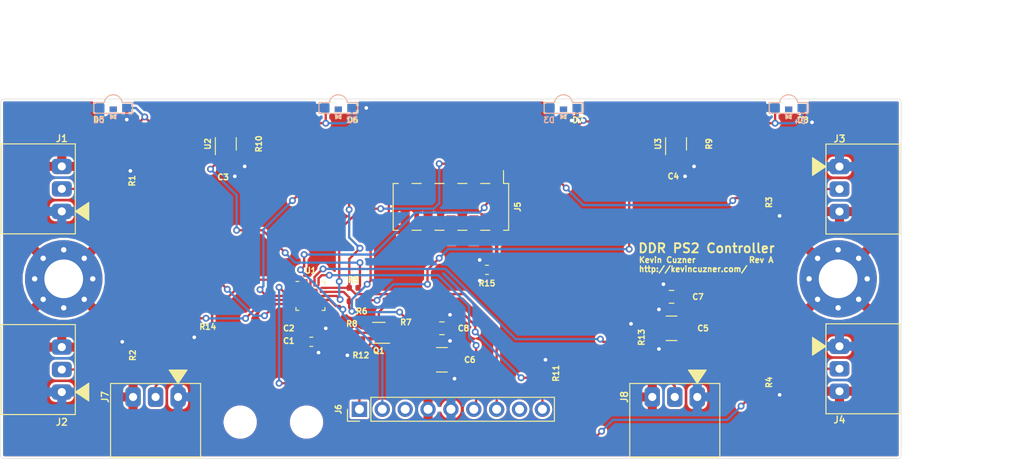
<source format=kicad_pcb>
(kicad_pcb (version 20171130) (host pcbnew 5.1.2)
  (title_block (title "DDR PS2 Controller") (date 2019-08-07) (rev A) (company "Kevin Cuzner"))
  (layers (0 F.Cu signal) (31 B.Cu signal) (34 B.Paste user) (35 F.Paste user) (36 B.SilkS user) (37 F.SilkS user) (38 B.Mask user) (39 F.Mask user) (44 Edge.Cuts user))
  (net 0 "")
  (net 1 +5V)
  (net 2 GND)
  (net 3 /LED_OUT0)
  (net 4 /LED_OUT1)
  (net 5 /LED_OUT2)
  (net 6 /LED_OUT3)
  (net 7 /BTN0)
  (net 8 /BTN1)
  (net 9 /BTN2)
  (net 10 /BTN3)
  (net 11 /MOSI)
  (net 12 "Net-(J5-Pad2)")
  (net 13 "Net-(J5-Pad4)")
  (net 14 /RESET#)
  (net 15 "Net-(J5-Pad6)")
  (net 16 /SCK)
  (net 17 /MISO)
  (net 18 /MISO_OD)
  (net 19 "Net-(J6-Pad3)")
  (net 20 /SS#)
  (net 21 "Net-(J6-Pad8)")
  (net 22 /ACK_OD)
  (net 23 /BTN4)
  (net 24 /ACK_GATE)
  (net 25 /MISO_GATE)
  (net 26 /LED_CTL0)
  (net 27 /LED_CTL1)
  (net 28 /ACK)
  (net 29 /RSET1)
  (net 30 /RSET0)
  (net 31 "Net-(U1-Pad6)")
  (net 32 "Net-(U1-Pad7)")
  (net 33 "Net-(U1-Pad10)")
  (net 34 "Net-(U1-Pad18)")
  (net 35 "Net-(U1-Pad19)")
  (net 36 "Net-(U1-Pad20)")
  (net 37 /BTN5_UPSTREAM)
  (module MountingHole:MountingHole_3.2mm_M3 (layer F.Cu) (at 126.6 115.928)
    (fp_text reference REF** hide)
    (fp_text value MountingHole_3.2mm_M3)
    (pad 1 np_thru_hole circle (at 0 0) (size 3.2 3.2) (drill 3.2) (layers *.Cu *.Mask))
  )
  (module MountingHole:MountingHole_3.2mm_M3 (layer F.Cu) (at 133.966 115.928)
    (fp_text reference REF** hide)
    (fp_text value MountingHole_3.2mm_M3)
    (pad 1 np_thru_hole circle (at 0 0) (size 3.2 3.2) (drill 3.2) (layers *.Cu *.Mask))
  )
  (module ddr-ps2-controller:JST_EH_3_RA (layer F.Cu) (at 106.788 90 270)
    (fp_text reference J1 (at -5.6 0) (layer F.SilkS) (effects (font (size 0.762 0.762))))
    (fp_text value BTN0)
    (pad 1 thru_hole roundrect (at 2.5 0 270) (size 1.7 2.2) (drill 0.9) (layers *.Cu *.Mask) (net 1 +5V))
    (pad 2 thru_hole roundrect (at 0 0 270) (size 1.7 2.2) (drill 0.9) (layers *.Cu *.Mask) (net 7 /BTN0))
    (pad 3 thru_hole roundrect (at -2.5 0 270) (size 1.7 2.2) (drill 0.9) (layers *.Cu *.Mask) (net 2 GND))
  )
  (module ddr-ps2-controller:JST_EH_3_RA (layer F.Cu) (at 106.788 110.086 270)
    (fp_text reference J2 (at 5.842 0) (layer F.SilkS) (effects (font (size 0.762 0.762))))
    (fp_text value BTN1)
    (pad 1 thru_hole roundrect (at 2.5 0 270) (size 1.7 2.2) (drill 0.9) (layers *.Cu *.Mask) (net 1 +5V))
    (pad 2 thru_hole roundrect (at 0 0 270) (size 1.7 2.2) (drill 0.9) (layers *.Cu *.Mask) (net 8 /BTN1))
    (pad 3 thru_hole roundrect (at -2.5 0 270) (size 1.7 2.2) (drill 0.9) (layers *.Cu *.Mask) (net 2 GND))
  )
  (module ddr-ps2-controller:JST_EH_3_RA (layer F.Cu) (at 193.148 90.02 90)
    (fp_text reference J3 (at 5.588 0) (layer F.SilkS) (effects (font (size 0.762 0.762))))
    (fp_text value BTN2)
    (pad 1 thru_hole roundrect (at 2.5 0 90) (size 1.7 2.2) (drill 0.9) (layers *.Cu *.Mask) (net 1 +5V))
    (pad 2 thru_hole roundrect (at 0 0 90) (size 1.7 2.2) (drill 0.9) (layers *.Cu *.Mask) (net 9 /BTN2))
    (pad 3 thru_hole roundrect (at -2.5 0 90) (size 1.7 2.2) (drill 0.9) (layers *.Cu *.Mask) (net 2 GND))
  )
  (module ddr-ps2-controller:JST_EH_3_RA (layer F.Cu) (at 193.148 110 90)
    (fp_text reference J4 (at -5.674 0) (layer F.SilkS) (effects (font (size 0.762 0.762))))
    (fp_text value BTN3)
    (pad 1 thru_hole roundrect (at 2.5 0 90) (size 1.7 2.2) (drill 0.9) (layers *.Cu *.Mask) (net 1 +5V))
    (pad 2 thru_hole roundrect (at 0 0 90) (size 1.7 2.2) (drill 0.9) (layers *.Cu *.Mask) (net 10 /BTN3))
    (pad 3 thru_hole roundrect (at -2.5 0 90) (size 1.7 2.2) (drill 0.9) (layers *.Cu *.Mask) (net 2 GND))
  )
  (module ddr-ps2-controller:JST_EH_3_RA (layer F.Cu) (at 117.202 113.134)
    (fp_text reference J7 (at -5.6 0 90) (layer F.SilkS) (effects (font (size 0.762 0.762))))
    (fp_text value BTN4)
    (pad 1 thru_hole roundrect (at 2.5 0) (size 1.7 2.2) (drill 0.9) (layers *.Cu *.Mask) (net 1 +5V))
    (pad 2 thru_hole roundrect (at 0 0) (size 1.7 2.2) (drill 0.9) (layers *.Cu *.Mask) (net 23 /BTN4))
    (pad 3 thru_hole roundrect (at -2.5 0) (size 1.7 2.2) (drill 0.9) (layers *.Cu *.Mask) (net 2 GND))
  )
  (module ddr-ps2-controller:JST_EH_3_RA (layer F.Cu) (at 174.86 113.134)
    (fp_text reference J8 (at -5.6 0 90) (layer F.SilkS) (effects (font (size 0.762 0.762))))
    (fp_text value BTN5/UPSTREAM)
    (pad 1 thru_hole roundrect (at 2.5 0) (size 1.7 2.2) (drill 0.9) (layers *.Cu *.Mask) (net 1 +5V))
    (pad 2 thru_hole roundrect (at 0 0) (size 1.7 2.2) (drill 0.9) (layers *.Cu *.Mask) (net 37 /BTN5_UPSTREAM))
    (pad 3 thru_hole roundrect (at -2.5 0) (size 1.7 2.2) (drill 0.9) (layers *.Cu *.Mask) (net 2 GND))
  )
  (module ddr-ps2-controller:Wurth_WL-SMSW_LED (layer B.Cu) (at 112.5 81 180)
    (fp_text reference D1 (at 1.6 -1.35) (layer B.SilkS) (effects (font (size 0.635 0.635)) (justify mirror)))
    (fp_text value LED)
    (pad 2 smd rect (at 1.5 0 180) (size 1 0.9) (layers B.Cu B.Paste B.Mask) (net 1 +5V))
    (pad NC smd rect (at 0 -0.15 180) (size 0.8 0.6) (layers B.Cu B.Paste B.Mask))
    (pad 1 smd rect (at -1.5 0 180) (size 1 0.9) (layers B.Cu B.Paste B.Mask) (net 3 /LED_OUT0))
  )
  (module ddr-ps2-controller:Wurth_WL-SMSW_LED (layer B.Cu) (at 137.5 81 180)
    (fp_text reference D2 (at -1.5 -1.35) (layer B.SilkS) (effects (font (size 0.635 0.635)) (justify mirror)))
    (fp_text value LED)
    (pad 2 smd rect (at 1.5 0 180) (size 1 0.9) (layers B.Cu B.Paste B.Mask) (net 1 +5V))
    (pad NC smd rect (at 0 -0.15 180) (size 0.8 0.6) (layers B.Cu B.Paste B.Mask))
    (pad 1 smd rect (at -1.5 0 180) (size 1 0.9) (layers B.Cu B.Paste B.Mask) (net 4 /LED_OUT1))
  )
  (module ddr-ps2-controller:Wurth_WL-SMSW_LED (layer B.Cu) (at 162.5 81 180)
    (fp_text reference D3 (at 1.6 -1.35) (layer B.SilkS) (effects (font (size 0.635 0.635)) (justify mirror)))
    (fp_text value LED)
    (pad 2 smd rect (at 1.5 0 180) (size 1 0.9) (layers B.Cu B.Paste B.Mask) (net 1 +5V))
    (pad NC smd rect (at 0 -0.15 180) (size 0.8 0.6) (layers B.Cu B.Paste B.Mask))
    (pad 1 smd rect (at -1.5 0 180) (size 1 0.9) (layers B.Cu B.Paste B.Mask) (net 5 /LED_OUT2))
  )
  (module ddr-ps2-controller:Wurth_WL-SMSW_LED (layer B.Cu) (at 187.5 81 180)
    (fp_text reference D4 (at -1.3 -1.45) (layer B.SilkS) (effects (font (size 0.635 0.635)) (justify mirror)))
    (fp_text value LED)
    (pad 2 smd rect (at 1.5 0 180) (size 1 0.9) (layers B.Cu B.Paste B.Mask) (net 1 +5V))
    (pad NC smd rect (at 0 -0.15 180) (size 0.8 0.6) (layers B.Cu B.Paste B.Mask))
    (pad 1 smd rect (at -1.5 0 180) (size 1 0.9) (layers B.Cu B.Paste B.Mask) (net 6 /LED_OUT3))
  )
  (module ddr-ps2-controller:Wurth_WL-SMSW_LED (layer F.Cu) (at 112.5 81)
    (fp_text reference D5 (at -1.6 1.3) (layer F.SilkS) (effects (font (size 0.635 0.635))))
    (fp_text value LED)
    (pad 2 smd rect (at 1.5 0) (size 1 0.9) (layers F.Cu F.Paste F.Mask) (net 1 +5V))
    (pad NC smd rect (at 0 0.15) (size 0.8 0.6) (layers F.Cu F.Paste F.Mask))
    (pad 1 smd rect (at -1.5 0) (size 1 0.9) (layers F.Cu F.Paste F.Mask) (net 3 /LED_OUT0))
  )
  (module ddr-ps2-controller:Wurth_WL-SMSW_LED (layer F.Cu) (at 137.5 81)
    (fp_text reference D6 (at 1.6 1.35) (layer F.SilkS) (effects (font (size 0.635 0.635))))
    (fp_text value LED)
    (pad 2 smd rect (at 1.5 0) (size 1 0.9) (layers F.Cu F.Paste F.Mask) (net 1 +5V))
    (pad NC smd rect (at 0 0.15) (size 0.8 0.6) (layers F.Cu F.Paste F.Mask))
    (pad 1 smd rect (at -1.5 0) (size 1 0.9) (layers F.Cu F.Paste F.Mask) (net 4 /LED_OUT1))
  )
  (module ddr-ps2-controller:Wurth_WL-SMSW_LED (layer F.Cu) (at 162.5 81)
    (fp_text reference D7 (at 1.6 1.35) (layer F.SilkS) (effects (font (size 0.635 0.635))))
    (fp_text value LED)
    (pad 2 smd rect (at 1.5 0) (size 1 0.9) (layers F.Cu F.Paste F.Mask) (net 1 +5V))
    (pad NC smd rect (at 0 0.15) (size 0.8 0.6) (layers F.Cu F.Paste F.Mask))
    (pad 1 smd rect (at -1.5 0) (size 1 0.9) (layers F.Cu F.Paste F.Mask) (net 5 /LED_OUT2))
  )
  (module ddr-ps2-controller:Wurth_WL-SMSW_LED (layer F.Cu) (at 187.5 81)
    (fp_text reference D8 (at 1.6 1.35) (layer F.SilkS) (effects (font (size 0.635 0.635))))
    (fp_text value LED)
    (pad 2 smd rect (at 1.5 0) (size 1 0.9) (layers F.Cu F.Paste F.Mask) (net 1 +5V))
    (pad NC smd rect (at 0 0.15) (size 0.8 0.6) (layers F.Cu F.Paste F.Mask))
    (pad 1 smd rect (at -1.5 0) (size 1 0.9) (layers F.Cu F.Paste F.Mask) (net 6 /LED_OUT3))
  )
  (module ddr-ps2-controller:1PIN_VIA (layer F.Cu) (at 190.1 82.6)
    (fp_text reference REF** hide)
    (fp_text value 1PIN_VIA)
    (pad 1 thru_hole circle (at 0 0) (size 0.762 0.762) (drill 0.4064) (layers *.Cu) (net 1 +5V))
  )
  (module ddr-ps2-controller:1PIN_VIA (layer F.Cu) (at 163.4 82.4)
    (fp_text reference REF** hide)
    (fp_text value 1PIN_VIA)
    (pad 1 thru_hole circle (at 0 0) (size 0.762 0.762) (drill 0.4064) (layers *.Cu) (net 1 +5V))
  )
  (module ddr-ps2-controller:1PIN_VIA (layer F.Cu) (at 140.6 81)
    (fp_text reference REF** hide)
    (fp_text value 1PIN_VIA)
    (pad 1 thru_hole circle (at 0 0) (size 0.762 0.762) (drill 0.4064) (layers *.Cu) (net 1 +5V))
  )
  (module ddr-ps2-controller:1PIN_VIA (layer F.Cu) (at 114 82.3)
    (fp_text reference REF** hide)
    (fp_text value 1PIN_VIA)
    (pad 1 thru_hole circle (at 0 0) (size 0.762 0.762) (drill 0.4064) (layers *.Cu) (net 1 +5V))
  )
  (module ddr-ps2-controller:1PIN_VIA (layer F.Cu) (at 170 105)
    (fp_text reference REF** hide)
    (fp_text value 1PIN_VIA)
    (pad 1 thru_hole circle (at 0 0) (size 0.762 0.762) (drill 0.4064) (layers *.Cu) (net 1 +5V))
  )
  (module ddr-ps2-controller:1PIN_VIA (layer F.Cu) (at 173.6 100.6)
    (fp_text reference REF** hide)
    (fp_text value 1PIN_VIA)
    (pad 1 thru_hole circle (at 0 0) (size 0.762 0.762) (drill 0.4064) (layers *.Cu) (net 1 +5V))
  )
  (module ddr-ps2-controller:1PIN_VIA (layer F.Cu) (at 173.1 103.4)
    (fp_text reference REF** hide)
    (fp_text value 1PIN_VIA)
    (pad 1 thru_hole circle (at 0 0) (size 0.762 0.762) (drill 0.4064) (layers *.Cu) (net 1 +5V))
  )
  (module ddr-ps2-controller:1PIN_VIA (layer F.Cu) (at 173.1 107.8)
    (fp_text reference REF** hide)
    (fp_text value 1PIN_VIA)
    (pad 1 thru_hole circle (at 0 0) (size 0.762 0.762) (drill 0.4064) (layers *.Cu) (net 1 +5V))
  )
  (module ddr-ps2-controller:1PIN_VIA (layer F.Cu) (at 160.5 109)
    (fp_text reference REF** hide)
    (fp_text value 1PIN_VIA)
    (pad 1 thru_hole circle (at 0 0) (size 0.762 0.762) (drill 0.4064) (layers *.Cu) (net 1 +5V))
  )
  (module ddr-ps2-controller:1PIN_VIA (layer F.Cu) (at 138.5 108.5)
    (fp_text reference REF** hide)
    (fp_text value 1PIN_VIA)
    (pad 1 thru_hole circle (at 0 0) (size 0.762 0.762) (drill 0.4064) (layers *.Cu) (net 1 +5V))
  )
  (module ddr-ps2-controller:1PIN_VIA (layer F.Cu) (at 186.5 112.9)
    (fp_text reference REF** hide)
    (fp_text value 1PIN_VIA)
    (pad 1 thru_hole circle (at 0 0) (size 0.762 0.762) (drill 0.4064) (layers *.Cu) (net 1 +5V))
  )
  (module ddr-ps2-controller:1PIN_VIA (layer F.Cu) (at 186.5 93)
    (fp_text reference REF** hide)
    (fp_text value 1PIN_VIA)
    (pad 1 thru_hole circle (at 0 0) (size 0.762 0.762) (drill 0.4064) (layers *.Cu) (net 1 +5V))
  )
  (module ddr-ps2-controller:1PIN_VIA (layer F.Cu) (at 177 87.5)
    (fp_text reference REF** hide)
    (fp_text value 1PIN_VIA)
    (pad 1 thru_hole circle (at 0 0) (size 0.762 0.762) (drill 0.4064) (layers *.Cu) (net 1 +5V))
  )
  (module ddr-ps2-controller:1PIN_VIA (layer F.Cu) (at 176 88.6)
    (fp_text reference REF** hide)
    (fp_text value 1PIN_VIA)
    (pad 1 thru_hole circle (at 0 0) (size 0.762 0.762) (drill 0.4064) (layers *.Cu) (net 1 +5V))
  )
  (module ddr-ps2-controller:1PIN_VIA (layer F.Cu) (at 127.1 87.5)
    (fp_text reference REF** hide)
    (fp_text value 1PIN_VIA)
    (pad 1 thru_hole circle (at 0 0) (size 0.762 0.762) (drill 0.4064) (layers *.Cu) (net 1 +5V))
  )
  (module ddr-ps2-controller:1PIN_VIA (layer F.Cu) (at 126 88.6)
    (fp_text reference REF** hide)
    (fp_text value 1PIN_VIA)
    (pad 1 thru_hole circle (at 0 0) (size 0.762 0.762) (drill 0.4064) (layers *.Cu) (net 1 +5V))
  )
  (module ddr-ps2-controller:1PIN_VIA (layer F.Cu) (at 114.4 88)
    (fp_text reference REF** hide)
    (fp_text value 1PIN_VIA)
    (pad 1 thru_hole circle (at 0 0) (size 0.762 0.762) (drill 0.4064) (layers *.Cu) (net 1 +5V))
  )
  (module ddr-ps2-controller:1PIN_VIA (layer F.Cu) (at 113.5 107)
    (fp_text reference REF** hide)
    (fp_text value 1PIN_VIA)
    (pad 1 thru_hole circle (at 0 0) (size 0.762 0.762) (drill 0.4064) (layers *.Cu) (net 1 +5V))
  )
  (module ddr-ps2-controller:1PIN_VIA (layer F.Cu) (at 121.5 106.5)
    (fp_text reference REF** hide)
    (fp_text value 1PIN_VIA)
    (pad 1 thru_hole circle (at 0 0) (size 0.762 0.762) (drill 0.4064) (layers *.Cu) (net 1 +5V))
  )
  (module ddr-ps2-controller:1PIN_VIA (layer F.Cu) (at 136.1 105.5)
    (fp_text reference REF** hide)
    (fp_text value 1PIN_VIA)
    (pad 1 thru_hole circle (at 0 0) (size 0.762 0.762) (drill 0.4064) (layers *.Cu) (net 1 +5V))
  )
  (module ddr-ps2-controller:1PIN_VIA (layer F.Cu) (at 135.3 108.2)
    (fp_text reference REF** hide)
    (fp_text value 1PIN_VIA)
    (pad 1 thru_hole circle (at 0 0) (size 0.762 0.762) (drill 0.4064) (layers *.Cu) (net 1 +5V))
  )
  (module ddr-ps2-controller:1PIN_VIA (layer F.Cu) (at 150.4 111.1)
    (fp_text reference REF** hide)
    (fp_text value 1PIN_VIA)
    (pad 1 thru_hole circle (at 0 0) (size 0.762 0.762) (drill 0.4064) (layers *.Cu) (net 1 +5V))
  )
  (module ddr-ps2-controller:1PIN_VIA (layer F.Cu) (at 149.9 106.9)
    (fp_text reference REF** hide)
    (fp_text value 1PIN_VIA)
    (pad 1 thru_hole circle (at 0 0) (size 0.762 0.762) (drill 0.4064) (layers *.Cu) (net 1 +5V))
  )
  (module ddr-ps2-controller:1PIN_VIA (layer F.Cu) (at 149.9 104)
    (fp_text reference REF** hide)
    (fp_text value 1PIN_VIA)
    (pad 1 thru_hole circle (at 0 0) (size 0.762 0.762) (drill 0.4064) (layers *.Cu) (net 1 +5V))
  )
  (module ddr-ps2-controller:1PIN_VIA (layer F.Cu) (at 153.2 100.2)
    (fp_text reference REF** hide)
    (fp_text value 1PIN_VIA)
    (pad 1 thru_hole circle (at 0 0) (size 0.762 0.762) (drill 0.4064) (layers *.Cu) (net 1 +5V))
  )
  (module ddr-ps2-controller:1PIN_VIA (layer F.Cu) (at 153.2 97.9)
    (fp_text reference REF** hide)
    (fp_text value 1PIN_VIA)
    (pad 1 thru_hole circle (at 0 0) (size 0.762 0.762) (drill 0.4064) (layers *.Cu) (net 1 +5V))
  )
  (module Capacitor_SMD:C_0603_1608Metric (layer F.Cu) (at 134.5 107 180)
    (fp_text reference C1 (at 2.5 0.1) (layer F.SilkS) (effects (font (size 0.635 0.635))))
    (fp_text value 10u)
    (pad 2 smd roundrect (at 0.7875 0 180) (size 0.875 0.95) (layers F.Cu F.Paste F.Mask) (net 2 GND))
    (pad 1 smd roundrect (at -0.7875 0 180) (size 0.875 0.95) (layers F.Cu F.Paste F.Mask) (net 1 +5V))
  )
  (module Resistor_SMD:R_0402_1005Metric (layer F.Cu) (at 134.5 105.5 180)
    (fp_text reference C2 (at 2.5 0) (layer F.SilkS) (effects (font (size 0.635 0.635))))
    (fp_text value 0.1u)
    (pad 1 smd roundrect (at -0.485 0 180) (size 0.59 0.64) (layers F.Cu F.Paste F.Mask) (net 1 +5V))
    (pad 2 smd roundrect (at 0.485 0 180) (size 0.59 0.64) (layers F.Cu F.Paste F.Mask) (net 2 GND))
  )
  (module Resistor_SMD:R_0402_1005Metric (layer F.Cu) (at 125.5 87.5 180)
    (fp_text reference C3 (at 0.8 -1.2) (layer F.SilkS) (effects (font (size 0.635 0.635))))
    (fp_text value 1u)
    (pad 1 smd roundrect (at -0.485 0 180) (size 0.59 0.64) (layers F.Cu F.Paste F.Mask) (net 1 +5V))
    (pad 2 smd roundrect (at 0.485 0 180) (size 0.59 0.64) (layers F.Cu F.Paste F.Mask) (net 2 GND))
  )
  (module Resistor_SMD:R_0402_1005Metric (layer F.Cu) (at 175.5 87.5 180)
    (fp_text reference C4 (at 0.8 -1.1) (layer F.SilkS) (effects (font (size 0.635 0.635))))
    (fp_text value 1u)
    (pad 2 smd roundrect (at 0.485 0 180) (size 0.59 0.64) (layers F.Cu F.Paste F.Mask) (net 2 GND))
    (pad 1 smd roundrect (at -0.485 0 180) (size 0.59 0.64) (layers F.Cu F.Paste F.Mask) (net 1 +5V))
  )
  (module Capacitor_SMD:C_1210_3225Metric (layer F.Cu) (at 174.5 105.5)
    (fp_text reference C5 (at 3.5 0) (layer F.SilkS) (effects (font (size 0.635 0.635))))
    (fp_text value 47u)
    (pad 2 smd roundrect (at 1.4 0) (size 1.25 2.65) (layers F.Cu F.Paste F.Mask) (roundrect_rratio 0.2) (net 2 GND))
    (pad 1 smd roundrect (at -1.4 0) (size 1.25 2.65) (layers F.Cu F.Paste F.Mask) (roundrect_rratio 0.2) (net 1 +5V))
  )
  (module Capacitor_SMD:C_1210_3225Metric (layer F.Cu) (at 149 109 180)
    (fp_text reference C6 (at -3.1 0) (layer F.SilkS) (effects (font (size 0.635 0.635))))
    (fp_text value 47u)
    (pad 1 smd roundrect (at -1.4 0 180) (size 1.25 2.65) (layers F.Cu F.Paste F.Mask) (roundrect_rratio 0.2) (net 1 +5V))
    (pad 2 smd roundrect (at 1.4 0 180) (size 1.25 2.65) (layers F.Cu F.Paste F.Mask) (roundrect_rratio 0.2) (net 2 GND))
  )
  (module Connector_PinHeader_2.54mm:PinHeader_2x05_P2.54mm_Vertical_SMD (layer F.Cu) (at 150 92 270)
    (fp_text reference J5 (at 0 -7.41 90) (layer F.SilkS) (effects (font (size 0.635 0.635))))
    (fp_text value ISCP)
    (pad 10 smd rect (at 2.525 5.08 270) (size 3.149999 1) (layers F.Cu F.Paste F.Mask) (net 2 GND))
    (pad 9 smd rect (at -2.525 5.08 270) (size 3.15 1) (layers F.Cu F.Paste F.Mask) (net 17 /MISO))
    (pad 8 smd rect (at 2.525 2.54 270) (size 3.149999 1) (layers F.Cu F.Paste F.Mask) (net 2 GND))
    (pad 7 smd rect (at -2.525 2.54 270) (size 3.15 1) (layers F.Cu F.Paste F.Mask) (net 16 /SCK))
    (pad 6 smd rect (at 2.525 0 270) (size 3.15 1) (layers F.Cu F.Paste F.Mask) (net 15 "Net-(J5-Pad6)"))
    (pad 5 smd rect (at -2.525 0 270) (size 3.15 1) (layers F.Cu F.Paste F.Mask) (net 14 /RESET#))
    (pad 4 smd rect (at 2.525 -2.54 270) (size 3.15 1) (layers F.Cu F.Paste F.Mask) (net 13 "Net-(J5-Pad4)"))
    (pad 3 smd rect (at -2.525 -2.54 270) (size 3.149999 1) (layers F.Cu F.Paste F.Mask) (net 2 GND))
    (pad 2 smd rect (at 2.525 -5.08 270) (size 3.15 1) (layers F.Cu F.Paste F.Mask) (net 12 "Net-(J5-Pad2)"))
    (pad 1 smd rect (at -2.525 -5.08 270) (size 3.15 1) (layers F.Cu F.Paste F.Mask) (net 11 /MOSI))
  )
  (module Connector_PinHeader_2.54mm:PinHeader_1x09_P2.54mm_Vertical (layer F.Cu) (at 139.84 114.5 90)
    (fp_text reference J6 (at 0 -2.33 90) (layer F.SilkS) (effects (font (size 0.635 0.635))))
    (fp_text value PS2)
    (pad 9 thru_hole oval (at 0 20.32 90) (size 1.7 1.7) (drill 1) (layers *.Cu *.Mask) (net 22 /ACK_OD))
    (pad 8 thru_hole oval (at 0 17.78 90) (size 1.7 1.7) (drill 1) (layers *.Cu *.Mask) (net 21 "Net-(J6-Pad8)"))
    (pad 7 thru_hole oval (at 0 15.24 90) (size 1.7 1.7) (drill 1) (layers *.Cu *.Mask) (net 16 /SCK))
    (pad 6 thru_hole oval (at 0 12.7 90) (size 1.7 1.7) (drill 1) (layers *.Cu *.Mask) (net 20 /SS#))
    (pad 5 thru_hole oval (at 0 10.16 90) (size 1.7 1.7) (drill 1) (layers *.Cu *.Mask) (net 1 +5V))
    (pad 4 thru_hole oval (at 0 7.62 90) (size 1.7 1.7) (drill 1) (layers *.Cu *.Mask) (net 2 GND))
    (pad 3 thru_hole oval (at 0 5.08 90) (size 1.7 1.7) (drill 1) (layers *.Cu *.Mask) (net 19 "Net-(J6-Pad3)"))
    (pad 2 thru_hole oval (at 0 2.54 90) (size 1.7 1.7) (drill 1) (layers *.Cu *.Mask) (net 11 /MOSI))
    (pad 1 thru_hole rect (at 0 0 90) (size 1.7 1.7) (drill 1) (layers *.Cu *.Mask) (net 18 /MISO_OD))
  )
  (module Package_TO_SOT_SMD:SOT-363_SC-70-6 (layer F.Cu) (at 142 106 180)
    (fp_text reference Q1 (at 0 -2) (layer F.SilkS) (effects (font (size 0.635 0.635))))
    (fp_text value DMN63D8LDW)
    (pad 6 smd rect (at 0.95 -0.65 180) (size 0.65 0.4) (layers F.Cu F.Paste F.Mask) (net 18 /MISO_OD))
    (pad 4 smd rect (at 0.95 0.65 180) (size 0.65 0.4) (layers F.Cu F.Paste F.Mask) (net 2 GND))
    (pad 2 smd rect (at -0.95 0 180) (size 0.65 0.4) (layers F.Cu F.Paste F.Mask) (net 25 /MISO_GATE))
    (pad 5 smd rect (at 0.95 0 180) (size 0.65 0.4) (layers F.Cu F.Paste F.Mask) (net 24 /ACK_GATE))
    (pad 3 smd rect (at -0.95 0.65 180) (size 0.65 0.4) (layers F.Cu F.Paste F.Mask) (net 22 /ACK_OD))
    (pad 1 smd rect (at -0.95 -0.65 180) (size 0.65 0.4) (layers F.Cu F.Paste F.Mask) (net 2 GND))
  )
  (module Resistor_SMD:R_0402_1005Metric (layer F.Cu) (at 113.5 88.5 270)
    (fp_text reference R1 (at 0.6 -1.1 90) (layer F.SilkS) (effects (font (size 0.635 0.635))))
    (fp_text value 10K)
    (pad 2 smd roundrect (at 0.485 0 270) (size 0.59 0.64) (layers F.Cu F.Paste F.Mask) (net 7 /BTN0))
    (pad 1 smd roundrect (at -0.485 0 270) (size 0.59 0.64) (layers F.Cu F.Paste F.Mask) (net 1 +5V))
  )
  (module Resistor_SMD:R_0402_1005Metric (layer F.Cu) (at 113.5 108.5 270)
    (fp_text reference R2 (at 0 -1.17 90) (layer F.SilkS) (effects (font (size 0.635 0.635))))
    (fp_text value 10K)
    (pad 1 smd roundrect (at -0.485 0 270) (size 0.59 0.64) (layers F.Cu F.Paste F.Mask) (net 1 +5V))
    (pad 2 smd roundrect (at 0.485 0 270) (size 0.59 0.64) (layers F.Cu F.Paste F.Mask) (net 8 /BTN1))
  )
  (module Resistor_SMD:R_0402_1005Metric (layer F.Cu) (at 186.5 91.5 90)
    (fp_text reference R3 (at 0 -1.17 90) (layer F.SilkS) (effects (font (size 0.635 0.635))))
    (fp_text value 10K)
    (pad 2 smd roundrect (at 0.485 0 90) (size 0.59 0.64) (layers F.Cu F.Paste F.Mask) (net 9 /BTN2))
    (pad 1 smd roundrect (at -0.485 0 90) (size 0.59 0.64) (layers F.Cu F.Paste F.Mask) (net 1 +5V))
  )
  (module Resistor_SMD:R_0402_1005Metric (layer F.Cu) (at 186.5 111.5 90)
    (fp_text reference R4 (at 0 -1.17 90) (layer F.SilkS) (effects (font (size 0.635 0.635))))
    (fp_text value 10K)
    (pad 1 smd roundrect (at -0.485 0 90) (size 0.59 0.64) (layers F.Cu F.Paste F.Mask) (net 1 +5V))
    (pad 2 smd roundrect (at 0.485 0 90) (size 0.59 0.64) (layers F.Cu F.Paste F.Mask) (net 10 /BTN3))
  )
  (module Resistor_SMD:R_0402_1005Metric (layer F.Cu) (at 139.2 101 180)
    (fp_text reference R5 (at 0 0.9) (layer F.SilkS) (effects (font (size 0.635 0.635))))
    (fp_text value 0)
    (pad 2 smd roundrect (at 0.485 0 180) (size 0.59 0.64) (layers F.Cu F.Paste F.Mask) (net 16 /SCK))
    (pad 1 smd roundrect (at -0.485 0 180) (size 0.59 0.64) (layers F.Cu F.Paste F.Mask) (net 26 /LED_CTL0))
  )
  (module Resistor_SMD:R_0402_1005Metric (layer F.Cu) (at 139.2 102.5 180)
    (fp_text reference R6 (at -0.9 -1.1) (layer F.SilkS) (effects (font (size 0.635 0.635))))
    (fp_text value 0)
    (pad 2 smd roundrect (at 0.485 0 180) (size 0.59 0.64) (layers F.Cu F.Paste F.Mask) (net 17 /MISO))
    (pad 1 smd roundrect (at -0.485 0 180) (size 0.59 0.64) (layers F.Cu F.Paste F.Mask) (net 27 /LED_CTL1))
  )
  (module Resistor_SMD:R_0402_1005Metric (layer F.Cu) (at 145 106)
    (fp_text reference R7 (at 0 -1.17) (layer F.SilkS) (effects (font (size 0.635 0.635))))
    (fp_text value 0)
    (pad 2 smd roundrect (at 0.485 0) (size 0.59 0.64) (layers F.Cu F.Paste F.Mask) (net 17 /MISO))
    (pad 1 smd roundrect (at -0.485 0) (size 0.59 0.64) (layers F.Cu F.Paste F.Mask) (net 25 /MISO_GATE))
  )
  (module Resistor_SMD:R_0402_1005Metric (layer F.Cu) (at 139 106 180)
    (fp_text reference R8 (at 0 1) (layer F.SilkS) (effects (font (size 0.635 0.635))))
    (fp_text value R)
    (pad 1 smd roundrect (at -0.485 0 180) (size 0.59 0.64) (layers F.Cu F.Paste F.Mask) (net 24 /ACK_GATE))
    (pad 2 smd roundrect (at 0.485 0 180) (size 0.59 0.64) (layers F.Cu F.Paste F.Mask) (net 28 /ACK))
  )
  (module Resistor_SMD:R_0402_1005Metric (layer F.Cu) (at 177.5 85 270)
    (fp_text reference R9 (at 0 -1.17 90) (layer F.SilkS) (effects (font (size 0.635 0.635))))
    (fp_text value R)
    (pad 1 smd roundrect (at -0.485 0 270) (size 0.59 0.64) (layers F.Cu F.Paste F.Mask) (net 29 /RSET1))
    (pad 2 smd roundrect (at 0.485 0 270) (size 0.59 0.64) (layers F.Cu F.Paste F.Mask) (net 2 GND))
  )
  (module Resistor_SMD:R_0402_1005Metric (layer F.Cu) (at 127.5 85 270)
    (fp_text reference R10 (at 0 -1.17 90) (layer F.SilkS) (effects (font (size 0.635 0.635))))
    (fp_text value R)
    (pad 1 smd roundrect (at -0.485 0 270) (size 0.59 0.64) (layers F.Cu F.Paste F.Mask) (net 30 /RSET0))
    (pad 2 smd roundrect (at 0.485 0 270) (size 0.59 0.64) (layers F.Cu F.Paste F.Mask) (net 2 GND))
  )
  (module Resistor_SMD:R_0402_1005Metric (layer F.Cu) (at 160.5 110.5 270)
    (fp_text reference R11 (at 0 -1.17 90) (layer F.SilkS) (effects (font (size 0.635 0.635))))
    (fp_text value SPR)
    (pad 1 smd roundrect (at -0.485 0 270) (size 0.59 0.64) (layers F.Cu F.Paste F.Mask) (net 1 +5V))
    (pad 2 smd roundrect (at 0.485 0 270) (size 0.59 0.64) (layers F.Cu F.Paste F.Mask) (net 22 /ACK_OD))
  )
  (module Resistor_SMD:R_0402_1005Metric (layer F.Cu) (at 139 107.5)
    (fp_text reference R12 (at 1 1) (layer F.SilkS) (effects (font (size 0.635 0.635))))
    (fp_text value SPR)
    (pad 2 smd roundrect (at 0.485 0) (size 0.59 0.64) (layers F.Cu F.Paste F.Mask) (net 18 /MISO_OD))
    (pad 1 smd roundrect (at -0.485 0) (size 0.59 0.64) (layers F.Cu F.Paste F.Mask) (net 1 +5V))
  )
  (module Resistor_SMD:R_0402_1005Metric (layer F.Cu) (at 170 106.5 270)
    (fp_text reference R13 (at 0 -1.17 90) (layer F.SilkS) (effects (font (size 0.635 0.635))))
    (fp_text value 10K)
    (pad 2 smd roundrect (at 0.485 0 270) (size 0.59 0.64) (layers F.Cu F.Paste F.Mask) (net 37 /BTN5_UPSTREAM))
    (pad 1 smd roundrect (at -0.485 0 270) (size 0.59 0.64) (layers F.Cu F.Paste F.Mask) (net 1 +5V))
  )
  (module Resistor_SMD:R_0402_1005Metric (layer F.Cu) (at 123 106.5)
    (fp_text reference R14 (at 0 -1.17) (layer F.SilkS) (effects (font (size 0.635 0.635))))
    (fp_text value 10K)
    (pad 2 smd roundrect (at 0.485 0) (size 0.59 0.64) (layers F.Cu F.Paste F.Mask) (net 23 /BTN4))
    (pad 1 smd roundrect (at -0.485 0) (size 0.59 0.64) (layers F.Cu F.Paste F.Mask) (net 1 +5V))
  )
  (module Package_DFN_QFN:QFN-20-1EP_3x3mm_P0.45mm_EP1.6x1.6mm (layer F.Cu) (at 134.4 101.9)
    (fp_text reference U1 (at 0 -2.82) (layer F.SilkS) (effects (font (size 0.635 0.635))))
    (fp_text value ATtiny20-MMH)
    (pad 20 smd custom (at -0.9 -1.45) (size 0.143934 0.143934) (layers F.Cu F.Paste F.Mask) (net 36 "Net-(U1-Pad20)") (options (clearance outline) (anchor circle)) (primitives (gr_poly (pts (xy -0.075 -0.375) (xy 0.075 -0.375) (xy 0.075 0.375) (xy 0.045711 0.375) (xy -0.075 0.254289)) (width 0.1))))
    (pad 19 smd roundrect (at -0.45 -1.45) (size 0.25 0.85) (layers F.Cu F.Paste F.Mask) (net 35 "Net-(U1-Pad19)"))
    (pad 18 smd roundrect (at 0 -1.45) (size 0.25 0.85) (layers F.Cu F.Paste F.Mask) (net 34 "Net-(U1-Pad18)"))
    (pad 17 smd roundrect (at 0.45 -1.45) (size 0.25 0.85) (layers F.Cu F.Paste F.Mask) (net 37 /BTN5_UPSTREAM))
    (pad 16 smd custom (at 0.9 -1.45) (size 0.143934 0.143934) (layers F.Cu F.Paste F.Mask) (net 20 /SS#) (options (clearance outline) (anchor circle)) (primitives (gr_poly (pts (xy -0.075 -0.375) (xy 0.075 -0.375) (xy 0.075 0.254289) (xy -0.045711 0.375) (xy -0.075 0.375)) (width 0.1))))
    (pad 15 smd custom (at 1.45 -0.9) (size 0.143934 0.143934) (layers F.Cu F.Paste F.Mask) (net 16 /SCK) (options (clearance outline) (anchor circle)) (primitives (gr_poly (pts (xy -0.375 0.045711) (xy -0.254289 -0.075) (xy 0.375 -0.075) (xy 0.375 0.075) (xy -0.375 0.075)) (width 0.1))))
    (pad 14 smd roundrect (at 1.45 -0.45) (size 0.85 0.25) (layers F.Cu F.Paste F.Mask) (net 17 /MISO))
    (pad 13 smd roundrect (at 1.45 0) (size 0.85 0.25) (layers F.Cu F.Paste F.Mask) (net 14 /RESET#))
    (pad 12 smd roundrect (at 1.45 0.45) (size 0.85 0.25) (layers F.Cu F.Paste F.Mask) (net 11 /MOSI))
    (pad 11 smd custom (at 1.45 0.9) (size 0.143934 0.143934) (layers F.Cu F.Paste F.Mask) (net 28 /ACK) (options (clearance outline) (anchor circle)) (primitives (gr_poly (pts (xy -0.375 -0.075) (xy 0.375 -0.075) (xy 0.375 0.075) (xy -0.254289 0.075) (xy -0.375 -0.045711)) (width 0.1))))
    (pad 10 smd custom (at 0.9 1.45) (size 0.143934 0.143934) (layers F.Cu F.Paste F.Mask) (net 33 "Net-(U1-Pad10)") (options (clearance outline) (anchor circle)) (primitives (gr_poly (pts (xy -0.075 -0.375) (xy -0.045711 -0.375) (xy 0.075 -0.254289) (xy 0.075 0.375) (xy -0.075 0.375)) (width 0.1))))
    (pad 9 smd roundrect (at 0.45 1.45) (size 0.25 0.85) (layers F.Cu F.Paste F.Mask) (net 1 +5V))
    (pad 8 smd roundrect (at 0 1.45) (size 0.25 0.85) (layers F.Cu F.Paste F.Mask) (net 2 GND))
    (pad 7 smd roundrect (at -0.45 1.45) (size 0.25 0.85) (layers F.Cu F.Paste F.Mask) (net 32 "Net-(U1-Pad7)"))
    (pad 6 smd custom (at -0.9 1.45) (size 0.143934 0.143934) (layers F.Cu F.Paste F.Mask) (net 31 "Net-(U1-Pad6)") (options (clearance outline) (anchor circle)) (primitives (gr_poly (pts (xy -0.075 -0.254289) (xy 0.045711 -0.375) (xy 0.075 -0.375) (xy 0.075 0.375) (xy -0.075 0.375)) (width 0.1))))
    (pad 5 smd custom (at -1.45 0.9) (size 0.143934 0.143934) (layers F.Cu F.Paste F.Mask) (net 7 /BTN0) (options (clearance outline) (anchor circle)) (primitives (gr_poly (pts (xy -0.375 -0.075) (xy 0.375 -0.075) (xy 0.375 -0.045711) (xy 0.254289 0.075) (xy -0.375 0.075)) (width 0.1))))
    (pad 4 smd roundrect (at -1.45 0.45) (size 0.85 0.25) (layers F.Cu F.Paste F.Mask) (net 8 /BTN1))
    (pad 3 smd roundrect (at -1.45 0) (size 0.85 0.25) (layers F.Cu F.Paste F.Mask) (net 9 /BTN2))
    (pad 2 smd roundrect (at -1.45 -0.45) (size 0.85 0.25) (layers F.Cu F.Paste F.Mask) (net 10 /BTN3))
    (pad 1 smd custom (at -1.45 -0.9) (size 0.143934 0.143934) (layers F.Cu F.Paste F.Mask) (net 23 /BTN4) (options (clearance outline) (anchor circle)) (primitives (gr_poly (pts (xy -0.375 -0.075) (xy 0.254289 -0.075) (xy 0.375 0.045711) (xy 0.375 0.075) (xy -0.375 0.075)) (width 0.1))))
    (pad 21 smd roundrect (at 0 0) (size 1.6 1.6) (layers F.Cu F.Mask) (roundrect_rratio 0.15625) (net 2 GND))
  )
  (module Package_TO_SOT_SMD:SOT-363_SC-70-6 (layer F.Cu) (at 125 85 90)
    (fp_text reference U2 (at 0 -2 90) (layer F.SilkS) (effects (font (size 0.635 0.635))))
    (fp_text value MIC2860-P)
    (pad 1 smd rect (at -0.95 -0.65 90) (size 0.65 0.4) (layers F.Cu F.Paste F.Mask) (net 26 /LED_CTL0))
    (pad 3 smd rect (at -0.95 0.65 90) (size 0.65 0.4) (layers F.Cu F.Paste F.Mask) (net 1 +5V))
    (pad 5 smd rect (at 0.95 0 90) (size 0.65 0.4) (layers F.Cu F.Paste F.Mask) (net 30 /RSET0))
    (pad 2 smd rect (at -0.95 0 90) (size 0.65 0.4) (layers F.Cu F.Paste F.Mask) (net 2 GND))
    (pad 4 smd rect (at 0.95 0.65 90) (size 0.65 0.4) (layers F.Cu F.Paste F.Mask) (net 4 /LED_OUT1))
    (pad 6 smd rect (at 0.95 -0.65 90) (size 0.65 0.4) (layers F.Cu F.Paste F.Mask) (net 3 /LED_OUT0))
  )
  (module Package_TO_SOT_SMD:SOT-363_SC-70-6 (layer F.Cu) (at 175 85 90)
    (fp_text reference U3 (at 0 -2 90) (layer F.SilkS) (effects (font (size 0.635 0.635))))
    (fp_text value MIC2860-P)
    (pad 6 smd rect (at 0.95 -0.65 90) (size 0.65 0.4) (layers F.Cu F.Paste F.Mask) (net 5 /LED_OUT2))
    (pad 4 smd rect (at 0.95 0.65 90) (size 0.65 0.4) (layers F.Cu F.Paste F.Mask) (net 6 /LED_OUT3))
    (pad 2 smd rect (at -0.95 0 90) (size 0.65 0.4) (layers F.Cu F.Paste F.Mask) (net 2 GND))
    (pad 5 smd rect (at 0.95 0 90) (size 0.65 0.4) (layers F.Cu F.Paste F.Mask) (net 29 /RSET1))
    (pad 3 smd rect (at -0.95 0.65 90) (size 0.65 0.4) (layers F.Cu F.Paste F.Mask) (net 1 +5V))
    (pad 1 smd rect (at -0.95 -0.65 90) (size 0.65 0.4) (layers F.Cu F.Paste F.Mask) (net 27 /LED_CTL1))
  )
  (module MountingHole:MountingHole_4.3mm_M4_Pad_Via (layer F.Cu) (at 107 100)
    (fp_text reference MH1 hide)
    (fp_text value Conn_01x01)
    (pad 1 thru_hole circle (at 0 0) (size 8.6 8.6) (drill 4.3) (layers *.Cu *.Mask) (net 2 GND))
    (pad 1 thru_hole circle (at 3.225 0) (size 0.9 0.9) (drill 0.6) (layers *.Cu *.Mask) (net 2 GND))
    (pad 1 thru_hole circle (at 2.280419 2.280419) (size 0.9 0.9) (drill 0.6) (layers *.Cu *.Mask) (net 2 GND))
    (pad 1 thru_hole circle (at 0 3.225) (size 0.9 0.9) (drill 0.6) (layers *.Cu *.Mask) (net 2 GND))
    (pad 1 thru_hole circle (at -2.280419 2.280419) (size 0.9 0.9) (drill 0.6) (layers *.Cu *.Mask) (net 2 GND))
    (pad 1 thru_hole circle (at -3.225 0) (size 0.9 0.9) (drill 0.6) (layers *.Cu *.Mask) (net 2 GND))
    (pad 1 thru_hole circle (at -2.280419 -2.280419) (size 0.9 0.9) (drill 0.6) (layers *.Cu *.Mask) (net 2 GND))
    (pad 1 thru_hole circle (at 0 -3.225) (size 0.9 0.9) (drill 0.6) (layers *.Cu *.Mask) (net 2 GND))
    (pad 1 thru_hole circle (at 2.280419 -2.280419) (size 0.9 0.9) (drill 0.6) (layers *.Cu *.Mask) (net 2 GND))
  )
  (module MountingHole:MountingHole_4.3mm_M4_Pad_Via (layer F.Cu) (at 193 100)
    (fp_text reference MH2 hide)
    (fp_text value Conn_01x01)
    (pad 1 thru_hole circle (at 2.280419 -2.280419) (size 0.9 0.9) (drill 0.6) (layers *.Cu *.Mask) (net 2 GND))
    (pad 1 thru_hole circle (at 0 -3.225) (size 0.9 0.9) (drill 0.6) (layers *.Cu *.Mask) (net 2 GND))
    (pad 1 thru_hole circle (at -2.280419 -2.280419) (size 0.9 0.9) (drill 0.6) (layers *.Cu *.Mask) (net 2 GND))
    (pad 1 thru_hole circle (at -3.225 0) (size 0.9 0.9) (drill 0.6) (layers *.Cu *.Mask) (net 2 GND))
    (pad 1 thru_hole circle (at -2.280419 2.280419) (size 0.9 0.9) (drill 0.6) (layers *.Cu *.Mask) (net 2 GND))
    (pad 1 thru_hole circle (at 0 3.225) (size 0.9 0.9) (drill 0.6) (layers *.Cu *.Mask) (net 2 GND))
    (pad 1 thru_hole circle (at 2.280419 2.280419) (size 0.9 0.9) (drill 0.6) (layers *.Cu *.Mask) (net 2 GND))
    (pad 1 thru_hole circle (at 3.225 0) (size 0.9 0.9) (drill 0.6) (layers *.Cu *.Mask) (net 2 GND))
    (pad 1 thru_hole circle (at 0 0) (size 8.6 8.6) (drill 4.3) (layers *.Cu *.Mask) (net 2 GND))
  )
  (module Capacitor_SMD:C_0805_2012Metric (layer F.Cu) (at 174.5 102)
    (fp_text reference C7 (at 2.9375 0) (layer F.SilkS) (effects (font (size 0.635 0.635))))
    (fp_text value C)
    (pad 1 smd roundrect (at -0.9375 0) (size 0.975 1.4) (layers F.Cu F.Paste F.Mask) (net 1 +5V))
    (pad 2 smd roundrect (at 0.9375 0) (size 0.975 1.4) (layers F.Cu F.Paste F.Mask) (net 2 GND))
  )
  (module Capacitor_SMD:C_0805_2012Metric (layer F.Cu) (at 149 105.5 180)
    (fp_text reference C8 (at -2.4 0) (layer F.SilkS) (effects (font (size 0.635 0.635))))
    (fp_text value C)
    (pad 2 smd roundrect (at 0.9375 0 180) (size 0.975 1.4) (layers F.Cu F.Paste F.Mask) (net 2 GND))
    (pad 1 smd roundrect (at -0.9375 0 180) (size 0.975 1.4) (layers F.Cu F.Paste F.Mask) (net 1 +5V))
  )
  (module Resistor_SMD:R_0603_1608Metric (layer F.Cu) (at 154 99)
    (fp_text reference R15 (at 0 1.5) (layer F.SilkS) (effects (font (size 0.635 0.635))))
    (fp_text value 0)
    (pad 1 smd roundrect (at -0.7875 0) (size 0.875 0.95) (layers F.Cu F.Paste F.Mask) (net 1 +5V))
    (pad 2 smd roundrect (at 0.7875 0) (size 0.875 0.95) (layers F.Cu F.Paste F.Mask) (net 12 "Net-(J5-Pad2)"))
  )
  (gr_arc (start 199.6 80.4) (end 200 80.4) (angle -90) (layer Edge.Cuts) (width 0.05))
  (gr_arc (start 199.6 119.6) (end 199.6 120) (angle -90) (layer Edge.Cuts) (width 0.05))
  (gr_arc (start 100.4 119.6) (end 100 119.6) (angle -90) (layer Edge.Cuts) (width 0.05))
  (gr_arc (start 100.4 80.4) (end 100.4 80) (angle -90) (layer Edge.Cuts) (width 0.05))
  (gr_text http://kevincuzner.com/ (at 170.8 98.916) (layer F.SilkS) (effects (font (size 0.635 0.635)) (justify left)))
  (gr_text "Rev A" (at 185.9 97.9) (layer F.SilkS) (effects (font (size 0.635 0.635)) (justify right)))
  (gr_text "Kevin Cuzner" (at 170.8 97.9) (layer F.SilkS) (effects (font (size 0.635 0.635)) (justify left)))
  (gr_text "DDR PS2 Controller" (at 170.7 96.6) (layer F.SilkS) (effects (font (size 1.016 1.016) (thickness 0.2032)) (justify left)))
  (gr_line (start 100 119.6) (end 100 80.4) (layer Edge.Cuts) (width 0.05))
  (gr_line (start 199.6 120) (end 100.4 120) (layer Edge.Cuts) (width 0.05))
  (gr_line (start 200 80.4) (end 200 119.6) (layer Edge.Cuts) (width 0.05))
  (gr_line (start 100.4 80) (end 199.6 80) (layer Edge.Cuts) (width 0.05))
  (segment (start 153.2 98.9875) (end 153.2125 99) (width 0.381) (layer F.Cu) (net 1))
  (segment (start 153.2 97.9) (end 153.2 98.9875) (width 0.381) (layer F.Cu) (net 1))
  (segment (start 153.2 99.0125) (end 153.2125 99) (width 0.381) (layer F.Cu) (net 1))
  (segment (start 153.2 100.2) (end 153.2 99.0125) (width 0.381) (layer F.Cu) (net 1))
  (segment (start 150.4 109) (end 150.4 111.1) (width 0.381) (layer F.Cu) (net 1))
  (segment (start 149.9 106.9) (end 150.4 107.4) (width 0.381) (layer F.Cu) (net 1))
  (segment (start 150.4 107.4) (end 150.4 109) (width 0.381) (layer F.Cu) (net 1))
  (segment (start 149.9 105.5375) (end 149.9375 105.5) (width 0.381) (layer F.Cu) (net 1))
  (segment (start 149.9 106.9) (end 149.9 105.5375) (width 0.381) (layer F.Cu) (net 1))
  (segment (start 149.9375 104.0375) (end 149.9 104) (width 0.381) (layer F.Cu) (net 1))
  (segment (start 149.9375 105.5) (end 149.9375 104.0375) (width 0.381) (layer F.Cu) (net 1))
  (segment (start 177 87.5) (end 175.985 87.5) (width 0.381) (layer F.Cu) (net 1))
  (segment (start 176 87.515) (end 175.985 87.5) (width 0.381) (layer F.Cu) (net 1))
  (segment (start 176 88.6) (end 176 87.515) (width 0.381) (layer F.Cu) (net 1))
  (segment (start 175.985 86.285) (end 175.985 87.5) (width 0.381) (layer F.Cu) (net 1))
  (segment (start 175.65 85.95) (end 175.985 86.285) (width 0.381) (layer F.Cu) (net 1))
  (segment (start 186.5 91.985) (end 186.5 93) (width 0.381) (layer F.Cu) (net 1))
  (segment (start 186.5 112.9) (end 186.5 111.985) (width 0.381) (layer F.Cu) (net 1))
  (segment (start 122.515 106.5) (end 121.5 106.5) (width 0.381) (layer F.Cu) (net 1))
  (segment (start 113.5 108.015) (end 113.5 107) (width 0.381) (layer F.Cu) (net 1))
  (segment (start 114.385 88.015) (end 114.4 88) (width 0.381) (layer F.Cu) (net 1))
  (segment (start 113.5 88.015) (end 114.385 88.015) (width 0.381) (layer F.Cu) (net 1))
  (segment (start 126 87.515) (end 125.985 87.5) (width 0.381) (layer F.Cu) (net 1))
  (segment (start 126 88.6) (end 126 87.515) (width 0.381) (layer F.Cu) (net 1))
  (segment (start 127.1 87.5) (end 125.985 87.5) (width 0.381) (layer F.Cu) (net 1))
  (segment (start 125.985 86.285) (end 125.985 87.5) (width 0.381) (layer F.Cu) (net 1))
  (segment (start 125.65 85.95) (end 125.985 86.285) (width 0.381) (layer F.Cu) (net 1))
  (segment (start 134.985 105.5) (end 134.985 104.485) (width 0.381) (layer F.Cu) (net 1))
  (segment (start 134.985 104.485) (end 134.95 104.45) (width 0.127) (layer F.Cu) (net 1))
  (segment (start 135.2 106.9125) (end 135.2875 107) (width 0.381) (layer F.Cu) (net 1))
  (segment (start 134.985 106.2) (end 135.2 106.415) (width 0.381) (layer F.Cu) (net 1))
  (segment (start 135.2 106.415) (end 135.2 106.9125) (width 0.381) (layer F.Cu) (net 1))
  (segment (start 134.985 105.5) (end 134.985 106.2) (width 0.381) (layer F.Cu) (net 1))
  (segment (start 135.3 107.0125) (end 135.2875 107) (width 0.381) (layer F.Cu) (net 1))
  (segment (start 135.3 108.2) (end 135.3 107.0125) (width 0.381) (layer F.Cu) (net 1))
  (segment (start 136.1 105.5) (end 134.985 105.5) (width 0.381) (layer F.Cu) (net 1))
  (segment (start 138.515 108.485) (end 138.5 108.5) (width 0.381) (layer F.Cu) (net 1))
  (segment (start 138.515 107.5) (end 138.515 108.485) (width 0.381) (layer F.Cu) (net 1))
  (segment (start 160.5 109) (end 160.5 110.015) (width 0.381) (layer F.Cu) (net 1))
  (segment (start 173.5625 102.9375) (end 173.1 103.4) (width 0.381) (layer F.Cu) (net 1))
  (segment (start 173.5625 102) (end 173.5625 102.9375) (width 0.381) (layer F.Cu) (net 1))
  (segment (start 173.1 103.4) (end 173.1 105.5) (width 0.381) (layer F.Cu) (net 1))
  (segment (start 173.1 107.8) (end 173.1 105.5) (width 0.381) (layer F.Cu) (net 1))
  (segment (start 173.6 101.9625) (end 173.5625 102) (width 0.381) (layer F.Cu) (net 1))
  (segment (start 173.6 100.6) (end 173.6 101.9625) (width 0.381) (layer F.Cu) (net 1))
  (segment (start 170 106.015) (end 170 105) (width 0.381) (layer F.Cu) (net 1))
  (segment (start 150 114.5) (end 150 112.9) (width 0.381) (layer F.Cu) (net 1))
  (segment (start 150 112.9) (end 150.4 112.5) (width 0.381) (layer F.Cu) (net 1))
  (segment (start 150.4 112.5) (end 150.4 111.1) (width 0.381) (layer F.Cu) (net 1))
  (segment (start 134.85 103.851778) (end 134.985 103.986778) (width 0.254) (layer F.Cu) (net 1))
  (segment (start 134.85 103.35) (end 134.85 103.851778) (width 0.254) (layer F.Cu) (net 1))
  (segment (start 134.985 104.07658) (end 134.958809 104.050389) (width 0.381) (layer F.Cu) (net 1))
  (segment (start 134.985 104.485) (end 134.985 104.07658) (width 0.381) (layer F.Cu) (net 1))
  (segment (start 164 81.8) (end 163.4 82.4) (width 0.381) (layer F.Cu) (net 1))
  (segment (start 114 82.3) (end 114 81) (width 0.381) (layer F.Cu) (net 1))
  (segment (start 140.6 81) (end 139 81) (width 0.381) (layer F.Cu) (net 1))
  (segment (start 164 81.8) (end 164 81) (width 0.381) (layer F.Cu) (net 1))
  (segment (start 189 81.5) (end 190.1 82.6) (width 0.381) (layer F.Cu) (net 1))
  (segment (start 189 81) (end 189 81.5) (width 0.381) (layer F.Cu) (net 1))
  (segment (start 134.015 104.485) (end 134.015 105.5) (width 0.381) (layer F.Cu) (net 2))
  (segment (start 134.4 104.1) (end 134.015 104.485) (width 0.381) (layer F.Cu) (net 2))
  (segment (start 134.4 101.9) (end 134.4 103.35) (width 0.254) (layer F.Cu) (net 2))
  (segment (start 134.4 104.1) (end 134.4 103.35) (width 0.254) (layer F.Cu) (net 2))
  (via (at 116 82) (size 0.762) (drill 0.4064) (layers F.Cu B.Cu) (net 3))
  (segment (start 114 81) (end 115 81) (width 0.254) (layer B.Cu) (net 3))
  (segment (start 115 81) (end 116 82) (width 0.254) (layer B.Cu) (net 3))
  (segment (start 124.35 83.35) (end 124.35 84.05) (width 0.254) (layer F.Cu) (net 3))
  (segment (start 123.8 82.8) (end 124.35 83.35) (width 0.254) (layer F.Cu) (net 3))
  (segment (start 116 82) (end 116.8 82.8) (width 0.254) (layer F.Cu) (net 3))
  (segment (start 116.8 82.8) (end 123.8 82.8) (width 0.254) (layer F.Cu) (net 3))
  (segment (start 114.8 83.2) (end 111.6 83.2) (width 0.254) (layer F.Cu) (net 3))
  (segment (start 116 82) (end 114.8 83.2) (width 0.254) (layer F.Cu) (net 3))
  (segment (start 111 82.6) (end 111 81) (width 0.254) (layer F.Cu) (net 3))
  (segment (start 111.6 83.2) (end 111 82.6) (width 0.254) (layer F.Cu) (net 3))
  (segment (start 127.454 82.7) (end 135.561185 82.7) (width 0.254) (layer F.Cu) (net 4))
  (via (at 136.1 82.7) (size 0.762) (drill 0.4064) (layers F.Cu B.Cu) (net 4))
  (segment (start 136.1 82.7) (end 136.1 81.1) (width 0.254) (layer F.Cu) (net 4))
  (segment (start 139 82) (end 138.3 82.7) (width 0.254) (layer B.Cu) (net 4))
  (segment (start 126.104 84.05) (end 127.454 82.7) (width 0.254) (layer F.Cu) (net 4))
  (segment (start 135.561185 82.7) (end 136.1 82.7) (width 0.254) (layer F.Cu) (net 4))
  (segment (start 125.65 84.05) (end 126.104 84.05) (width 0.254) (layer F.Cu) (net 4))
  (segment (start 136.1 81.1) (end 136 81) (width 0.254) (layer F.Cu) (net 4))
  (segment (start 139 81) (end 139 82) (width 0.254) (layer B.Cu) (net 4))
  (segment (start 138.3 82.7) (end 136.638815 82.7) (width 0.254) (layer B.Cu) (net 4))
  (segment (start 136.638815 82.7) (end 136.1 82.7) (width 0.254) (layer B.Cu) (net 4))
  (segment (start 174.35 83.471) (end 173.379 82.5) (width 0.254) (layer F.Cu) (net 5))
  (segment (start 174.35 84.05) (end 174.35 83.471) (width 0.254) (layer F.Cu) (net 5))
  (via (at 164.7 82.4) (size 0.762) (drill 0.4064) (layers F.Cu B.Cu) (net 5))
  (segment (start 173.379 82.5) (end 164.8 82.5) (width 0.254) (layer F.Cu) (net 5))
  (segment (start 164.8 82.5) (end 164.7 82.4) (width 0.254) (layer F.Cu) (net 5))
  (segment (start 164.7 82.4) (end 164.6 82.4) (width 0.254) (layer B.Cu) (net 5))
  (segment (start 164.6 82.4) (end 164 81.8) (width 0.254) (layer B.Cu) (net 5))
  (segment (start 161.785801 83.085801) (end 161 82.3) (width 0.254) (layer F.Cu) (net 5))
  (segment (start 164.7 82.4) (end 164.014199 83.085801) (width 0.254) (layer F.Cu) (net 5))
  (segment (start 164.014199 83.085801) (end 161.785801 83.085801) (width 0.254) (layer F.Cu) (net 5))
  (segment (start 164 81.8) (end 164 81) (width 0.254) (layer B.Cu) (net 5))
  (segment (start 161 82.3) (end 161 81) (width 0.254) (layer F.Cu) (net 5))
  (segment (start 175.65 84.05) (end 176.104 84.05) (width 0.254) (layer F.Cu) (net 6))
  (segment (start 177.454 82.7) (end 185.461185 82.7) (width 0.254) (layer F.Cu) (net 6))
  (segment (start 185.461185 82.7) (end 186 82.7) (width 0.254) (layer F.Cu) (net 6))
  (via (at 186 82.7) (size 0.762) (drill 0.4064) (layers F.Cu B.Cu) (net 6))
  (segment (start 176.104 84.05) (end 177.454 82.7) (width 0.254) (layer F.Cu) (net 6))
  (segment (start 186.538815 82.7) (end 186 82.7) (width 0.254) (layer B.Cu) (net 6))
  (segment (start 189 80.85) (end 189 81.8) (width 0.254) (layer B.Cu) (net 6))
  (segment (start 188.1 82.7) (end 186.538815 82.7) (width 0.254) (layer B.Cu) (net 6))
  (segment (start 189 81.8) (end 188.1 82.7) (width 0.254) (layer B.Cu) (net 6))
  (segment (start 186 80.85) (end 186 82.7) (width 0.254) (layer F.Cu) (net 6))
  (via (at 129.3 104.1) (size 0.762) (drill 0.4064) (layers F.Cu B.Cu) (net 7))
  (segment (start 132.95 102.8) (end 130.6 102.8) (width 0.254) (layer F.Cu) (net 7))
  (segment (start 130.6 102.8) (end 129.3 104.1) (width 0.254) (layer F.Cu) (net 7))
  (segment (start 124.78406 100.78406) (end 125.165059 101.165059) (width 0.254) (layer F.Cu) (net 7))
  (segment (start 129.3 104.1) (end 128.1 104.1) (width 0.254) (layer B.Cu) (net 7))
  (segment (start 113.5 89.5) (end 124.78406 100.78406) (width 0.254) (layer F.Cu) (net 7))
  (segment (start 128.1 104.1) (end 125.546058 101.546058) (width 0.254) (layer B.Cu) (net 7))
  (via (at 125.165059 101.165059) (size 0.762) (drill 0.4064) (layers F.Cu B.Cu) (net 7))
  (segment (start 125.546058 101.546058) (end 125.165059 101.165059) (width 0.254) (layer B.Cu) (net 7))
  (segment (start 113.5 88.985) (end 113.5 89.5) (width 0.254) (layer F.Cu) (net 7))
  (segment (start 111.887 88.985) (end 113.5 88.985) (width 0.254) (layer F.Cu) (net 7))
  (segment (start 106.788 90) (end 110.872 90) (width 0.254) (layer F.Cu) (net 7))
  (segment (start 110.872 90) (end 111.887 88.985) (width 0.254) (layer F.Cu) (net 7))
  (via (at 127.2 104.4) (size 0.762) (drill 0.4064) (layers F.Cu B.Cu) (net 8))
  (segment (start 132.95 102.35) (end 129.25 102.35) (width 0.254) (layer F.Cu) (net 8))
  (segment (start 129.25 102.35) (end 127.2 104.4) (width 0.254) (layer F.Cu) (net 8))
  (segment (start 113.5 108.985) (end 118.098531 104.386469) (width 0.254) (layer F.Cu) (net 8))
  (segment (start 118.098531 104.386469) (end 122.260375 104.386469) (width 0.254) (layer F.Cu) (net 8))
  (via (at 122.79919 104.386469) (size 0.762) (drill 0.4064) (layers F.Cu B.Cu) (net 8))
  (segment (start 122.812721 104.4) (end 122.79919 104.386469) (width 0.254) (layer B.Cu) (net 8))
  (segment (start 122.260375 104.386469) (end 122.79919 104.386469) (width 0.254) (layer F.Cu) (net 8))
  (segment (start 127.2 104.4) (end 122.812721 104.4) (width 0.254) (layer B.Cu) (net 8))
  (segment (start 106.788 110.086) (end 109.582 110.086) (width 0.254) (layer F.Cu) (net 8))
  (segment (start 110.683 108.985) (end 113.5 108.985) (width 0.254) (layer F.Cu) (net 8))
  (segment (start 109.582 110.086) (end 110.683 108.985) (width 0.254) (layer F.Cu) (net 8))
  (segment (start 132.95 101.9) (end 129.9 101.9) (width 0.254) (layer F.Cu) (net 9))
  (via (at 128.8 101.2) (size 0.762) (drill 0.4064) (layers F.Cu B.Cu) (net 9))
  (segment (start 129.9 101.9) (end 129.5 101.9) (width 0.254) (layer F.Cu) (net 9))
  (segment (start 129.5 101.9) (end 128.8 101.2) (width 0.254) (layer F.Cu) (net 9))
  (segment (start 129.180999 100.819001) (end 129.180999 96.919001) (width 0.254) (layer B.Cu) (net 9))
  (segment (start 128.8 101.2) (end 129.180999 100.819001) (width 0.254) (layer B.Cu) (net 9))
  (via (at 132.4 91.3) (size 0.762) (drill 0.4064) (layers F.Cu B.Cu) (net 9))
  (segment (start 129.180999 96.919001) (end 129.180999 94.519001) (width 0.254) (layer B.Cu) (net 9))
  (segment (start 129.180999 94.519001) (end 132.4 91.3) (width 0.254) (layer B.Cu) (net 9))
  (segment (start 132.4 91.3) (end 138.6 85.1) (width 0.254) (layer F.Cu) (net 9))
  (segment (start 138.6 85.1) (end 158 85.1) (width 0.254) (layer F.Cu) (net 9))
  (via (at 162.8 89.9) (size 0.762) (drill 0.4064) (layers F.Cu B.Cu) (net 9))
  (segment (start 158 85.1) (end 162.8 89.9) (width 0.254) (layer F.Cu) (net 9))
  (segment (start 162.8 89.9) (end 164.7 91.8) (width 0.254) (layer B.Cu) (net 9))
  (via (at 181.3 91.3) (size 0.762) (drill 0.4064) (layers F.Cu B.Cu) (net 9))
  (segment (start 164.7 91.8) (end 180.8 91.8) (width 0.254) (layer B.Cu) (net 9))
  (segment (start 180.8 91.8) (end 181.3 91.3) (width 0.254) (layer B.Cu) (net 9))
  (segment (start 182.315 91.015) (end 186.5 91.015) (width 0.254) (layer F.Cu) (net 9))
  (segment (start 181.3 91.3) (end 181.585 91.015) (width 0.254) (layer F.Cu) (net 9))
  (segment (start 181.585 91.015) (end 182.315 91.015) (width 0.254) (layer F.Cu) (net 9))
  (segment (start 186.5 91.015) (end 188.851 91.015) (width 0.254) (layer F.Cu) (net 9))
  (segment (start 189.846 90.02) (end 193.148 90.02) (width 0.254) (layer F.Cu) (net 9))
  (segment (start 188.851 91.015) (end 189.846 90.02) (width 0.254) (layer F.Cu) (net 9))
  (segment (start 186.5 111.015) (end 188.409 111.015) (width 0.254) (layer F.Cu) (net 10))
  (segment (start 189.424 110) (end 193.148 110) (width 0.254) (layer F.Cu) (net 10))
  (segment (start 188.409 111.015) (end 189.424 110) (width 0.254) (layer F.Cu) (net 10))
  (via (at 130.918 100.942) (size 0.762) (drill 0.4064) (layers F.Cu B.Cu) (net 10))
  (segment (start 132.95 101.45) (end 131.426 101.45) (width 0.254) (layer F.Cu) (net 10))
  (segment (start 131.426 101.45) (end 130.918 100.942) (width 0.254) (layer F.Cu) (net 10))
  (segment (start 130.918 100.942) (end 130.918 111.61) (width 0.254) (layer B.Cu) (net 10))
  (via (at 130.918 111.61) (size 0.762) (drill 0.4064) (layers F.Cu B.Cu) (net 10))
  (via (at 166.732 116.944) (size 0.762) (drill 0.4064) (layers F.Cu B.Cu) (net 10))
  (segment (start 166.732 116.944) (end 168.002 115.674) (width 0.254) (layer B.Cu) (net 10))
  (via (at 182.226 114.15) (size 0.762) (drill 0.4064) (layers F.Cu B.Cu) (net 10))
  (segment (start 168.002 115.674) (end 180.702 115.674) (width 0.254) (layer B.Cu) (net 10))
  (segment (start 180.702 115.674) (end 182.226 114.15) (width 0.254) (layer B.Cu) (net 10))
  (segment (start 185.361 111.015) (end 186.5 111.015) (width 0.254) (layer F.Cu) (net 10))
  (segment (start 182.226 114.15) (end 185.361 111.015) (width 0.254) (layer F.Cu) (net 10))
  (segment (start 166.224 117.452) (end 166.732 116.944) (width 0.254) (layer F.Cu) (net 10))
  (segment (start 130.918 111.61) (end 133.966 111.61) (width 0.254) (layer F.Cu) (net 10))
  (segment (start 137.522 115.166) (end 137.522 116.944) (width 0.254) (layer F.Cu) (net 10))
  (segment (start 133.966 111.61) (end 137.522 115.166) (width 0.254) (layer F.Cu) (net 10))
  (segment (start 137.522 116.944) (end 138.03 117.452) (width 0.254) (layer F.Cu) (net 10))
  (segment (start 138.03 117.452) (end 166.224 117.452) (width 0.254) (layer F.Cu) (net 10))
  (via (at 153.7 92.1) (size 0.762) (drill 0.4064) (layers F.Cu B.Cu) (net 11))
  (segment (start 155.08 89.475) (end 155.08 90.55) (width 0.254) (layer F.Cu) (net 11))
  (segment (start 153.7 91.93) (end 153.7 92.1) (width 0.254) (layer F.Cu) (net 11))
  (segment (start 155.08 90.55) (end 153.7 91.93) (width 0.254) (layer F.Cu) (net 11))
  (segment (start 153.16819 92.63181) (end 146.06819 92.63181) (width 0.254) (layer B.Cu) (net 11))
  (segment (start 153.7 92.1) (end 153.16819 92.63181) (width 0.254) (layer B.Cu) (net 11))
  (via (at 133.7 97.3) (size 0.762) (drill 0.4064) (layers F.Cu B.Cu) (net 11))
  (segment (start 146.06819 92.63181) (end 141.4 97.3) (width 0.254) (layer B.Cu) (net 11))
  (segment (start 141.4 97.3) (end 133.7 97.3) (width 0.254) (layer B.Cu) (net 11))
  (via (at 133.3 99) (size 0.762) (drill 0.4064) (layers F.Cu B.Cu) (net 11))
  (segment (start 133.7 97.3) (end 133.7 98.6) (width 0.254) (layer F.Cu) (net 11))
  (segment (start 133.7 98.6) (end 133.3 99) (width 0.254) (layer F.Cu) (net 11))
  (via (at 138 103.4) (size 0.762) (drill 0.4064) (layers F.Cu B.Cu) (net 11))
  (segment (start 133.3 99) (end 137.7 103.4) (width 0.254) (layer B.Cu) (net 11))
  (segment (start 137.7 103.4) (end 138 103.4) (width 0.254) (layer B.Cu) (net 11))
  (segment (start 136.375 102.35) (end 135.85 102.35) (width 0.254) (layer F.Cu) (net 11))
  (segment (start 137.619001 103.019001) (end 137.204671 103.019001) (width 0.254) (layer F.Cu) (net 11))
  (segment (start 136.53567 102.35) (end 136.375 102.35) (width 0.254) (layer F.Cu) (net 11))
  (segment (start 137.204671 103.019001) (end 136.53567 102.35) (width 0.254) (layer F.Cu) (net 11))
  (segment (start 138 103.4) (end 137.619001 103.019001) (width 0.254) (layer F.Cu) (net 11))
  (segment (start 142.38 113.297919) (end 142.38 114.5) (width 0.254) (layer B.Cu) (net 11))
  (segment (start 138 103.938815) (end 142.38 108.318815) (width 0.254) (layer B.Cu) (net 11))
  (segment (start 142.38 108.318815) (end 142.38 113.297919) (width 0.254) (layer B.Cu) (net 11))
  (segment (start 138 103.4) (end 138 103.938815) (width 0.254) (layer B.Cu) (net 11))
  (segment (start 155.08 98.7075) (end 154.7875 99) (width 0.381) (layer F.Cu) (net 12))
  (segment (start 155.08 94.525) (end 155.08 98.7075) (width 0.381) (layer F.Cu) (net 12))
  (via (at 137.6 100.2858) (size 0.762) (drill 0.4064) (layers F.Cu B.Cu) (net 14))
  (via (at 142.2 92.2) (size 0.762) (drill 0.4064) (layers F.Cu B.Cu) (net 14))
  (segment (start 142.2 92.2) (end 148.1 92.2) (width 0.254) (layer B.Cu) (net 14))
  (via (at 148.7 87.2) (size 0.762) (drill 0.4064) (layers F.Cu B.Cu) (net 14))
  (segment (start 148.1 92.2) (end 148.7 91.6) (width 0.254) (layer B.Cu) (net 14))
  (segment (start 148.7 91.6) (end 148.7 87.2) (width 0.254) (layer B.Cu) (net 14))
  (segment (start 148.7 87.2) (end 149.9 87.2) (width 0.254) (layer F.Cu) (net 14))
  (segment (start 150 87.3) (end 150 89.475) (width 0.254) (layer F.Cu) (net 14))
  (segment (start 149.9 87.2) (end 150 87.3) (width 0.254) (layer F.Cu) (net 14))
  (segment (start 140 92.2) (end 142.2 92.2) (width 0.254) (layer F.Cu) (net 14))
  (segment (start 137.6 100.2858) (end 137.6 94.6) (width 0.254) (layer F.Cu) (net 14))
  (segment (start 137.6 94.6) (end 140 92.2) (width 0.254) (layer F.Cu) (net 14))
  (segment (start 137.319001 101.918997) (end 137.7 102.299996) (width 0.254) (layer F.Cu) (net 14))
  (segment (start 137.6 102.199996) (end 137.7 102.299996) (width 0.254) (layer B.Cu) (net 14))
  (segment (start 135.85 101.9) (end 137.300004 101.9) (width 0.254) (layer F.Cu) (net 14))
  (segment (start 137.6 100.2858) (end 137.6 102.199996) (width 0.254) (layer B.Cu) (net 14))
  (segment (start 137.300004 101.9) (end 137.319001 101.918997) (width 0.254) (layer F.Cu) (net 14))
  (via (at 137.7 102.299996) (size 0.762) (drill 0.4064) (layers F.Cu B.Cu) (net 14))
  (segment (start 135.85 101) (end 138.715 101) (width 0.254) (layer F.Cu) (net 16))
  (via (at 139.9 96.6) (size 0.762) (drill 0.4064) (layers F.Cu B.Cu) (net 16))
  (segment (start 138.715 101) (end 138.715 97.785) (width 0.254) (layer F.Cu) (net 16))
  (segment (start 138.715 97.785) (end 139.9 96.6) (width 0.254) (layer F.Cu) (net 16))
  (via (at 138.7 92.3) (size 0.762) (drill 0.4064) (layers F.Cu B.Cu) (net 16))
  (segment (start 139.9 96.6) (end 138.7 95.4) (width 0.254) (layer B.Cu) (net 16))
  (segment (start 138.7 95.4) (end 138.7 92.3) (width 0.254) (layer B.Cu) (net 16))
  (segment (start 147.46 88.4) (end 147.46 89.475) (width 0.254) (layer F.Cu) (net 16))
  (segment (start 145.36 86.3) (end 147.46 88.4) (width 0.254) (layer F.Cu) (net 16))
  (segment (start 142.9 86.3) (end 145.36 86.3) (width 0.254) (layer F.Cu) (net 16))
  (segment (start 138.7 92.3) (end 138.7 90.5) (width 0.254) (layer F.Cu) (net 16))
  (segment (start 138.7 90.5) (end 142.9 86.3) (width 0.254) (layer F.Cu) (net 16))
  (segment (start 139.049168 101.334168) (end 138.715 101) (width 0.254) (layer F.Cu) (net 16))
  (segment (start 139.415 101.7) (end 139.049168 101.334168) (width 0.254) (layer F.Cu) (net 16))
  (segment (start 151.5 101.7) (end 139.415 101.7) (width 0.254) (layer F.Cu) (net 16))
  (segment (start 155.08 114.5) (end 155.08 105.28) (width 0.254) (layer F.Cu) (net 16))
  (segment (start 155.08 105.28) (end 151.5 101.7) (width 0.254) (layer F.Cu) (net 16))
  (segment (start 138.085 101.45) (end 138.715 102.08) (width 0.254) (layer F.Cu) (net 17))
  (segment (start 138.715 102.08) (end 138.715 102.5) (width 0.254) (layer F.Cu) (net 17))
  (segment (start 135.85 101.45) (end 138.085 101.45) (width 0.254) (layer F.Cu) (net 17))
  (segment (start 145.485 106) (end 145.485 104.885) (width 0.254) (layer F.Cu) (net 17))
  (via (at 144.3 103.7) (size 0.762) (drill 0.4064) (layers F.Cu B.Cu) (net 17))
  (segment (start 145.485 104.885) (end 144.3 103.7) (width 0.254) (layer F.Cu) (net 17))
  (via (at 139 103.6) (size 0.762) (drill 0.4064) (layers F.Cu B.Cu) (net 17))
  (segment (start 144.3 103.7) (end 139.1 103.7) (width 0.254) (layer B.Cu) (net 17))
  (segment (start 139.1 103.7) (end 139 103.6) (width 0.254) (layer B.Cu) (net 17))
  (segment (start 138.7 102.515) (end 138.715 102.5) (width 0.254) (layer F.Cu) (net 17))
  (segment (start 138.7 103.2) (end 138.7 102.515) (width 0.254) (layer F.Cu) (net 17))
  (segment (start 139 103.6) (end 139 103.5) (width 0.254) (layer F.Cu) (net 17))
  (segment (start 139 103.5) (end 138.7 103.2) (width 0.254) (layer F.Cu) (net 17))
  (via (at 140.7 100.6) (size 0.762) (drill 0.4064) (layers F.Cu B.Cu) (net 17))
  (segment (start 139 103.6) (end 139 102.3) (width 0.254) (layer B.Cu) (net 17))
  (segment (start 139 102.3) (end 140.7 100.6) (width 0.254) (layer B.Cu) (net 17))
  (segment (start 141.080999 95.519001) (end 143.1 93.5) (width 0.254) (layer F.Cu) (net 17))
  (segment (start 143.525 89.475) (end 144.92 89.475) (width 0.254) (layer F.Cu) (net 17))
  (segment (start 143.1 93.5) (end 143.1 89.9) (width 0.254) (layer F.Cu) (net 17))
  (segment (start 140.7 100.6) (end 141.080999 100.219001) (width 0.254) (layer F.Cu) (net 17))
  (segment (start 143.1 89.9) (end 143.525 89.475) (width 0.254) (layer F.Cu) (net 17))
  (segment (start 141.080999 100.219001) (end 141.080999 95.519001) (width 0.254) (layer F.Cu) (net 17))
  (segment (start 139.485 108.185) (end 139.485 107.5) (width 0.254) (layer F.Cu) (net 18))
  (segment (start 139.84 114.5) (end 139.84 108.54) (width 0.254) (layer F.Cu) (net 18))
  (segment (start 139.84 108.54) (end 139.485 108.185) (width 0.254) (layer F.Cu) (net 18))
  (segment (start 139.485 107.5) (end 140.8 107.5) (width 0.254) (layer F.Cu) (net 18))
  (segment (start 141.05 107.25) (end 141.05 106.65) (width 0.254) (layer F.Cu) (net 18))
  (segment (start 140.8 107.5) (end 141.05 107.25) (width 0.254) (layer F.Cu) (net 18))
  (segment (start 135.3 99.955544) (end 135.655544 99.6) (width 0.254) (layer F.Cu) (net 20))
  (segment (start 135.3 100.45) (end 135.3 99.955544) (width 0.254) (layer F.Cu) (net 20))
  (via (at 136.5 99.6) (size 0.762) (drill 0.4064) (layers F.Cu B.Cu) (net 20))
  (segment (start 135.655544 99.6) (end 136.5 99.6) (width 0.254) (layer F.Cu) (net 20))
  (segment (start 136.5 99.6) (end 148.6 99.6) (width 0.254) (layer B.Cu) (net 20))
  (segment (start 152.014199 103.014199) (end 152.014199 106.514199) (width 0.254) (layer B.Cu) (net 20))
  (segment (start 148.6 99.6) (end 152.014199 103.014199) (width 0.254) (layer B.Cu) (net 20))
  (via (at 152.8 107.4) (size 0.762) (drill 0.4064) (layers F.Cu B.Cu) (net 20))
  (segment (start 152.014199 106.514199) (end 152.8 107.3) (width 0.254) (layer B.Cu) (net 20))
  (segment (start 152.8 107.3) (end 152.8 107.4) (width 0.254) (layer B.Cu) (net 20))
  (segment (start 152.8 114.24) (end 152.54 114.5) (width 0.254) (layer F.Cu) (net 20))
  (segment (start 152.8 107.4) (end 152.8 114.24) (width 0.254) (layer F.Cu) (net 20))
  (segment (start 142.371 105.35) (end 142 104.979) (width 0.254) (layer F.Cu) (net 22))
  (segment (start 142.95 105.35) (end 142.371 105.35) (width 0.254) (layer F.Cu) (net 22))
  (segment (start 142 104.979) (end 142 103.7) (width 0.254) (layer F.Cu) (net 22))
  (segment (start 142 103.7) (end 142.9 102.8) (width 0.254) (layer F.Cu) (net 22))
  (segment (start 142.9 102.8) (end 150.3 102.8) (width 0.254) (layer F.Cu) (net 22))
  (via (at 152.7 105.9) (size 0.762) (drill 0.4064) (layers F.Cu B.Cu) (net 22))
  (segment (start 150.3 102.8) (end 152.7 105.2) (width 0.254) (layer F.Cu) (net 22))
  (segment (start 152.7 105.2) (end 152.7 105.9) (width 0.254) (layer F.Cu) (net 22))
  (via (at 157.8 111) (size 0.762) (drill 0.4064) (layers F.Cu B.Cu) (net 22))
  (segment (start 152.7 105.9) (end 157.8 111) (width 0.254) (layer B.Cu) (net 22))
  (segment (start 160.485 111) (end 160.5 110.985) (width 0.254) (layer F.Cu) (net 22))
  (segment (start 157.8 111) (end 160.485 111) (width 0.254) (layer F.Cu) (net 22))
  (segment (start 160.16 113.297919) (end 160.5 112.957919) (width 0.254) (layer F.Cu) (net 22))
  (segment (start 160.16 114.5) (end 160.16 113.297919) (width 0.254) (layer F.Cu) (net 22))
  (segment (start 160.5 112.957919) (end 160.5 110.985) (width 0.254) (layer F.Cu) (net 22))
  (segment (start 123.485 103.815) (end 123.485 106.5) (width 0.254) (layer F.Cu) (net 23))
  (segment (start 131.2 100.1) (end 127.2 100.1) (width 0.254) (layer F.Cu) (net 23))
  (segment (start 132.95 101) (end 132.1 101) (width 0.254) (layer F.Cu) (net 23))
  (segment (start 127.2 100.1) (end 123.485 103.815) (width 0.254) (layer F.Cu) (net 23))
  (segment (start 132.1 101) (end 131.2 100.1) (width 0.254) (layer F.Cu) (net 23))
  (segment (start 123.485 109.137) (end 123.485 106.5) (width 0.254) (layer F.Cu) (net 23))
  (segment (start 118.796 110.34) (end 122.282 110.34) (width 0.254) (layer F.Cu) (net 23))
  (segment (start 117.202 113.134) (end 117.202 111.934) (width 0.254) (layer F.Cu) (net 23))
  (segment (start 122.282 110.34) (end 123.485 109.137) (width 0.254) (layer F.Cu) (net 23))
  (segment (start 117.202 111.934) (end 118.796 110.34) (width 0.254) (layer F.Cu) (net 23))
  (segment (start 141.05 106) (end 139.485 106) (width 0.254) (layer F.Cu) (net 24))
  (segment (start 142.95 106) (end 144.515 106) (width 0.254) (layer F.Cu) (net 25))
  (via (at 123.3 87.8) (size 0.762) (drill 0.4064) (layers F.Cu B.Cu) (net 26))
  (segment (start 124.35 85.95) (end 124.35 86.75) (width 0.254) (layer F.Cu) (net 26))
  (segment (start 124.35 86.75) (end 123.3 87.8) (width 0.254) (layer F.Cu) (net 26))
  (via (at 126.2 94.6) (size 0.762) (drill 0.4064) (layers F.Cu B.Cu) (net 26))
  (segment (start 123.3 87.8) (end 126.2 90.7) (width 0.254) (layer B.Cu) (net 26))
  (segment (start 126.2 90.7) (end 126.2 94.6) (width 0.254) (layer B.Cu) (net 26))
  (via (at 131.6 97.1) (size 0.762) (drill 0.4064) (layers F.Cu B.Cu) (net 26))
  (segment (start 126.2 94.6) (end 129.1 94.6) (width 0.254) (layer F.Cu) (net 26))
  (segment (start 129.1 94.6) (end 131.6 97.1) (width 0.254) (layer F.Cu) (net 26))
  (via (at 139.9 98.2) (size 0.762) (drill 0.4064) (layers F.Cu B.Cu) (net 26))
  (segment (start 131.6 97.1) (end 132.7 98.2) (width 0.254) (layer B.Cu) (net 26))
  (segment (start 132.7 98.2) (end 139.9 98.2) (width 0.254) (layer B.Cu) (net 26))
  (segment (start 139.9 100.785) (end 139.685 101) (width 0.254) (layer F.Cu) (net 26))
  (segment (start 139.9 98.2) (end 139.9 100.785) (width 0.254) (layer F.Cu) (net 26))
  (segment (start 169.8 90.625) (end 169.8 96.7) (width 0.254) (layer F.Cu) (net 27))
  (via (at 169.8 96.7) (size 0.762) (drill 0.4064) (layers F.Cu B.Cu) (net 27))
  (segment (start 174.35 85.95) (end 174.35 86.075) (width 0.254) (layer F.Cu) (net 27))
  (segment (start 174.35 86.075) (end 169.8 90.625) (width 0.254) (layer F.Cu) (net 27))
  (via (at 148.7 97.7) (size 0.762) (drill 0.4064) (layers F.Cu B.Cu) (net 27))
  (segment (start 169.8 96.7) (end 149.7 96.7) (width 0.254) (layer B.Cu) (net 27))
  (segment (start 149.7 96.7) (end 148.7 97.7) (width 0.254) (layer B.Cu) (net 27))
  (via (at 147.4 100.6) (size 0.762) (drill 0.4064) (layers F.Cu B.Cu) (net 27))
  (segment (start 148.7 97.7) (end 147.4 99) (width 0.254) (layer F.Cu) (net 27))
  (segment (start 147.4 99) (end 147.4 100.6) (width 0.254) (layer F.Cu) (net 27))
  (via (at 141.8 102.3858) (size 0.762) (drill 0.4064) (layers F.Cu B.Cu) (net 27))
  (segment (start 147.4 100.6) (end 143.5858 100.6) (width 0.254) (layer B.Cu) (net 27))
  (segment (start 143.5858 100.6) (end 141.8 102.3858) (width 0.254) (layer B.Cu) (net 27))
  (segment (start 139.7992 102.3858) (end 139.685 102.5) (width 0.254) (layer F.Cu) (net 27))
  (segment (start 141.8 102.3858) (end 139.7992 102.3858) (width 0.254) (layer F.Cu) (net 27))
  (segment (start 136.375 102.8) (end 137.4 103.825) (width 0.254) (layer F.Cu) (net 28))
  (segment (start 135.85 102.8) (end 136.375 102.8) (width 0.254) (layer F.Cu) (net 28))
  (segment (start 137.4 104.885) (end 138.515 106) (width 0.254) (layer F.Cu) (net 28))
  (segment (start 137.4 103.825) (end 137.4 104.885) (width 0.254) (layer F.Cu) (net 28))
  (segment (start 176.3 85) (end 176.785 84.515) (width 0.254) (layer F.Cu) (net 29))
  (segment (start 175.526358 85) (end 176.3 85) (width 0.254) (layer F.Cu) (net 29))
  (segment (start 176.785 84.515) (end 177.5 84.515) (width 0.254) (layer F.Cu) (net 29))
  (segment (start 175 84.05) (end 175 84.473642) (width 0.254) (layer F.Cu) (net 29))
  (segment (start 175 84.473642) (end 175.526358 85) (width 0.254) (layer F.Cu) (net 29))
  (segment (start 126.585 84.515) (end 127.5 84.515) (width 0.254) (layer F.Cu) (net 30))
  (segment (start 126.1 85) (end 126.585 84.515) (width 0.254) (layer F.Cu) (net 30))
  (segment (start 125.371 85) (end 126.1 85) (width 0.254) (layer F.Cu) (net 30))
  (segment (start 125 84.05) (end 125 84.629) (width 0.254) (layer F.Cu) (net 30))
  (segment (start 125 84.629) (end 125.371 85) (width 0.254) (layer F.Cu) (net 30))
  (via (at 135.8 98.9) (size 0.762) (drill 0.4064) (layers F.Cu B.Cu) (net 37))
  (segment (start 135.744874 98.9) (end 135.8 98.9) (width 0.254) (layer F.Cu) (net 37))
  (segment (start 134.85 100.45) (end 134.85 99.794874) (width 0.254) (layer F.Cu) (net 37))
  (segment (start 134.85 99.794874) (end 135.744874 98.9) (width 0.254) (layer F.Cu) (net 37))
  (via (at 166.6 106.7) (size 0.762) (drill 0.4064) (layers F.Cu B.Cu) (net 37))
  (segment (start 169.985 107) (end 170 106.985) (width 0.254) (layer F.Cu) (net 37))
  (segment (start 166.6 106.7) (end 166.9 107) (width 0.254) (layer F.Cu) (net 37))
  (segment (start 166.9 107) (end 169.985 107) (width 0.254) (layer F.Cu) (net 37))
  (segment (start 157.2 106.7) (end 166.6 106.7) (width 0.254) (layer B.Cu) (net 37))
  (segment (start 135.8 98.9) (end 149.4 98.9) (width 0.254) (layer B.Cu) (net 37))
  (segment (start 149.4 98.9) (end 157.2 106.7) (width 0.254) (layer B.Cu) (net 37))
  (segment (start 170 109.036) (end 170 106.985) (width 0.254) (layer F.Cu) (net 37))
  (segment (start 172.828 109.902) (end 170.866 109.902) (width 0.254) (layer F.Cu) (net 37))
  (segment (start 170.866 109.902) (end 170 109.036) (width 0.254) (layer F.Cu) (net 37))
  (segment (start 174.86 113.134) (end 174.86 111.934) (width 0.254) (layer F.Cu) (net 37))
  (segment (start 174.86 111.934) (end 172.828 109.902) (width 0.254) (layer F.Cu) (net 37))
  (zone (net 2) (net_name GND) (layer F.Cu) (connect_pads thru_hole_only (clearance 0.254)) (min_thickness 0.254) (fill yes (arc_segments 32) (thermal_gap 0.508) (thermal_bridge_width 1.016) (smoothing chamfer))
    (polygon (pts (xy 100 80) (xy 200 80) (xy 200 120) (xy 100 120)))
  )
  (zone (net 1) (net_name +5V) (layer B.Cu) (connect_pads thru_hole_only (clearance 0.254)) (min_thickness 0.254) (fill yes (arc_segments 32) (thermal_gap 0.508) (thermal_bridge_width 1.016) (smoothing chamfer))
    (polygon (pts (xy 100 80) (xy 200 80) (xy 200 120) (xy 100 120)))
  )
)
</source>
